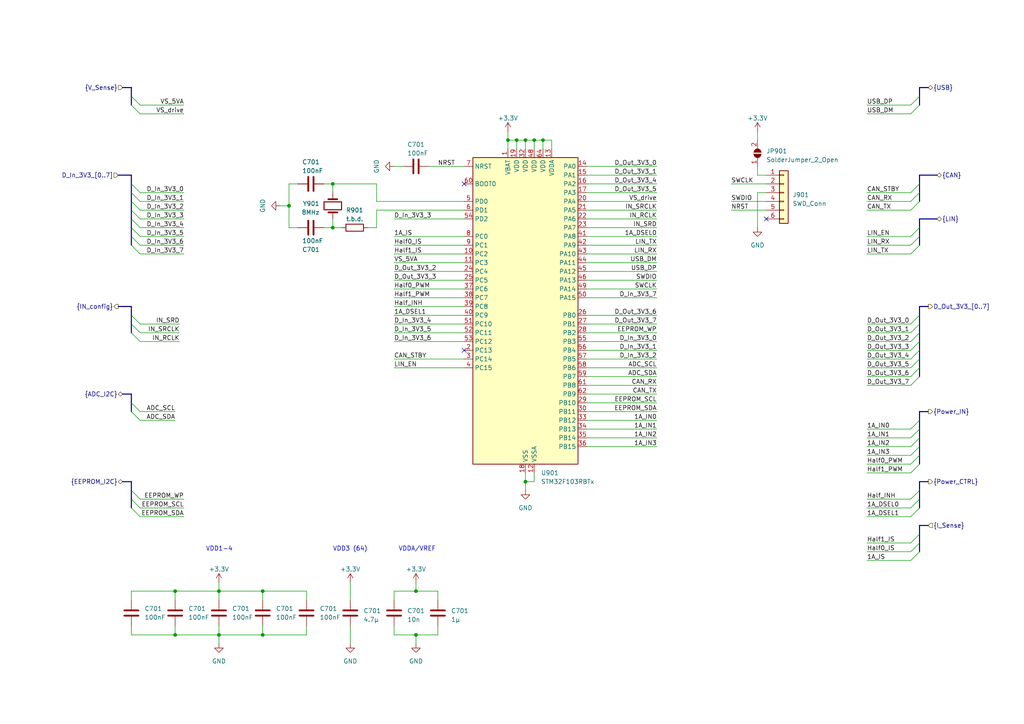
<source format=kicad_sch>
(kicad_sch (version 20230121) (generator eeschema)
  (paper "A4")
  (lib_symbols
    (symbol "Connector_Generic:Conn_01x06" (pin_names (offset 1.016) hide)
      (property "Reference" "J" (at 0 7.62 0))
      (property "Value" "Conn_01x06" (at 0 -10.16 0))
      (symbol "Conn_01x06_1_1"
        (rectangle (start -1.27 -7.493) (end 0 -7.747) (stroke (width 0.1524)))
        (rectangle (start -1.27 -4.953) (end 0 -5.207) (stroke (width 0.1524)))
        (rectangle (start -1.27 -2.413) (end 0 -2.667) (stroke (width 0.1524)))
        (rectangle (start -1.27 0.127) (end 0 -0.127) (stroke (width 0.1524)))
        (rectangle (start -1.27 2.667) (end 0 2.413) (stroke (width 0.1524)))
        (rectangle (start -1.27 5.207) (end 0 4.953) (stroke (width 0.1524)))
        (rectangle (start -1.27 6.35) (end 1.27 -8.89) (stroke (width 0.254)) (fill (type background)))
        (pin passive line (at -5.08 5.08 0) (length 3.81) (name "Pin_1") (number "1"))
        (pin passive line (at -5.08 2.54 0) (length 3.81) (name "Pin_2") (number "2"))
        (pin passive line (at -5.08 0 0) (length 3.81) (name "Pin_3") (number "3"))
        (pin passive line (at -5.08 -2.54 0) (length 3.81) (name "Pin_4") (number "4"))
        (pin passive line (at -5.08 -5.08 0) (length 3.81) (name "Pin_5") (number "5"))
        (pin passive line (at -5.08 -7.62 0) (length 3.81) (name "Pin_6") (number "6"))
      )
    )
    (symbol "Device:C" (pin_numbers hide) (pin_names (offset 0.254))
      (property "Reference" "C" (at 0.635 2.54 0))
      (property "Value" "C" (at 0.635 -2.54 0))
      (symbol "C_0_1"
        (polyline (pts (xy -2.032 -0.762) (xy 2.032 -0.762)) (stroke (width 0.508)))
        (polyline (pts (xy -2.032 0.762) (xy 2.032 0.762)) (stroke (width 0.508)))
      )
      (symbol "C_1_1"
        (pin passive line (at 0 3.81 270) (length 2.794) (name "~") (number "1"))
        (pin passive line (at 0 -3.81 90) (length 2.794) (name "~") (number "2"))
      )
    )
    (symbol "Device:Crystal" (pin_numbers hide) (pin_names (offset 1.016) hide)
      (property "Reference" "Y" (at 0 3.81 0))
      (property "Value" "Crystal" (at 0 -3.81 0))
      (symbol "Crystal_0_1"
        (rectangle (start -1.143 2.54) (end 1.143 -2.54) (stroke (width 0.3048)))
        (polyline (pts (xy -2.54 0) (xy -1.905 0)))
        (polyline (pts (xy -1.905 -1.27) (xy -1.905 1.27)) (stroke (width 0.508)))
        (polyline (pts (xy 1.905 -1.27) (xy 1.905 1.27)) (stroke (width 0.508)))
        (polyline (pts (xy 2.54 0) (xy 1.905 0)))
      )
      (symbol "Crystal_1_1"
        (pin passive line (at -3.81 0 0) (length 1.27) (name "1") (number "1"))
        (pin passive line (at 3.81 0 180) (length 1.27) (name "2") (number "2"))
      )
    )
    (symbol "Device:R" (pin_numbers hide) (pin_names (offset 0))
      (property "Reference" "R" (at 2.032 0 90))
      (property "Value" "R" (at 0 0 90))
      (symbol "R_0_1"
        (rectangle (start -1.016 -2.54) (end 1.016 2.54) (stroke (width 0.254)))
      )
      (symbol "R_1_1"
        (pin passive line (at 0 3.81 270) (length 1.27) (name "~") (number "1"))
        (pin passive line (at 0 -3.81 90) (length 1.27) (name "~") (number "2"))
      )
    )
    (symbol "Jumper:SolderJumper_2_Open" (pin_names (offset 0) hide)
      (property "Reference" "JP" (at 0 2.032 0))
      (property "Value" "SolderJumper_2_Open" (at 0 -2.54 0))
      (symbol "SolderJumper_2_Open_0_1"
        (arc (start -0.254 1.016) (mid -1.2656 0) (end -0.254 -1.016))
        (arc (start -0.254 1.016) (mid -1.2656 0) (end -0.254 -1.016) (fill (type outline)))
        (polyline (pts (xy -0.254 1.016) (xy -0.254 -1.016)))
        (polyline (pts (xy 0.254 1.016) (xy 0.254 -1.016)))
        (arc (start 0.254 -1.016) (mid 1.2656 0) (end 0.254 1.016))
        (arc (start 0.254 -1.016) (mid 1.2656 0) (end 0.254 1.016) (fill (type outline)))
      )
      (symbol "SolderJumper_2_Open_1_1"
        (pin passive line (at -3.81 0 0) (length 2.54) (name "A") (number "1"))
        (pin passive line (at 3.81 0 180) (length 2.54) (name "B") (number "2"))
      )
    )
    (symbol "MCU_ST_STM32F1:STM32F103RBTx"
      (property "Reference" "U" (at -15.24 46.99 0))
      (property "Value" "STM32F103RBTx" (at 10.16 46.99 0))
      (symbol "STM32F103RBTx_0_1"
        (rectangle (start -15.24 -43.18) (end 15.24 45.72) (stroke (width 0.254)) (fill (type background)))
      )
      (symbol "STM32F103RBTx_1_1"
        (pin power_in line (at -5.08 48.26 270) (length 2.54) (name "VBAT") (number "1"))
        (pin bidirectional line (at -17.78 17.78 0) (length 2.54) (name "PC2") (number "10"))
        (pin bidirectional line (at -17.78 15.24 0) (length 2.54) (name "PC3") (number "11"))
        (pin power_in line (at 2.54 -45.72 90) (length 2.54) (name "VSSA") (number "12"))
        (pin power_in line (at 7.62 48.26 270) (length 2.54) (name "VDDA") (number "13"))
        (pin bidirectional line (at 17.78 43.18 180) (length 2.54) (name "PA0") (number "14"))
        (pin bidirectional line (at 17.78 40.64 180) (length 2.54) (name "PA1") (number "15"))
        (pin bidirectional line (at 17.78 38.1 180) (length 2.54) (name "PA2") (number "16"))
        (pin bidirectional line (at 17.78 35.56 180) (length 2.54) (name "PA3") (number "17"))
        (pin power_in line (at 0 -45.72 90) (length 2.54) (name "VSS") (number "18"))
        (pin power_in line (at -2.54 48.26 270) (length 2.54) (name "VDD") (number "19"))
        (pin bidirectional line (at -17.78 -10.16 0) (length 2.54) (name "PC13") (number "2"))
        (pin bidirectional line (at 17.78 33.02 180) (length 2.54) (name "PA4") (number "20"))
        (pin bidirectional line (at 17.78 30.48 180) (length 2.54) (name "PA5") (number "21"))
        (pin bidirectional line (at 17.78 27.94 180) (length 2.54) (name "PA6") (number "22"))
        (pin bidirectional line (at 17.78 25.4 180) (length 2.54) (name "PA7") (number "23"))
        (pin bidirectional line (at -17.78 12.7 0) (length 2.54) (name "PC4") (number "24"))
        (pin bidirectional line (at -17.78 10.16 0) (length 2.54) (name "PC5") (number "25"))
        (pin bidirectional line (at 17.78 0 180) (length 2.54) (name "PB0") (number "26"))
        (pin bidirectional line (at 17.78 -2.54 180) (length 2.54) (name "PB1") (number "27"))
        (pin bidirectional line (at 17.78 -5.08 180) (length 2.54) (name "PB2") (number "28"))
        (pin bidirectional line (at 17.78 -25.4 180) (length 2.54) (name "PB10") (number "29"))
        (pin bidirectional line (at -17.78 -12.7 0) (length 2.54) (name "PC14") (number "3"))
        (pin bidirectional line (at 17.78 -27.94 180) (length 2.54) (name "PB11") (number "30"))
        (pin passive line (at 0 -45.72 90) (length 2.54) hide (name "VSS") (number "31"))
        (pin power_in line (at 0 48.26 270) (length 2.54) (name "VDD") (number "32"))
        (pin bidirectional line (at 17.78 -30.48 180) (length 2.54) (name "PB12") (number "33"))
        (pin bidirectional line (at 17.78 -33.02 180) (length 2.54) (name "PB13") (number "34"))
        (pin bidirectional line (at 17.78 -35.56 180) (length 2.54) (name "PB14") (number "35"))
        (pin bidirectional line (at 17.78 -38.1 180) (length 2.54) (name "PB15") (number "36"))
        (pin bidirectional line (at -17.78 7.62 0) (length 2.54) (name "PC6") (number "37"))
        (pin bidirectional line (at -17.78 5.08 0) (length 2.54) (name "PC7") (number "38"))
        (pin bidirectional line (at -17.78 2.54 0) (length 2.54) (name "PC8") (number "39"))
        (pin bidirectional line (at -17.78 -15.24 0) (length 2.54) (name "PC15") (number "4"))
        (pin bidirectional line (at -17.78 0 0) (length 2.54) (name "PC9") (number "40"))
        (pin bidirectional line (at 17.78 22.86 180) (length 2.54) (name "PA8") (number "41"))
        (pin bidirectional line (at 17.78 20.32 180) (length 2.54) (name "PA9") (number "42"))
        (pin bidirectional line (at 17.78 17.78 180) (length 2.54) (name "PA10") (number "43"))
        (pin bidirectional line (at 17.78 15.24 180) (length 2.54) (name "PA11") (number "44"))
        (pin bidirectional line (at 17.78 12.7 180) (length 2.54) (name "PA12") (number "45"))
        (pin bidirectional line (at 17.78 10.16 180) (length 2.54) (name "PA13") (number "46"))
        (pin passive line (at 0 -45.72 90) (length 2.54) hide (name "VSS") (number "47"))
        (pin power_in line (at 2.54 48.26 270) (length 2.54) (name "VDD") (number "48"))
        (pin bidirectional line (at 17.78 7.62 180) (length 2.54) (name "PA14") (number "49"))
        (pin bidirectional line (at -17.78 33.02 0) (length 2.54) (name "PD0") (number "5"))
        (pin bidirectional line (at 17.78 5.08 180) (length 2.54) (name "PA15") (number "50"))
        (pin bidirectional line (at -17.78 -2.54 0) (length 2.54) (name "PC10") (number "51"))
        (pin bidirectional line (at -17.78 -5.08 0) (length 2.54) (name "PC11") (number "52"))
        (pin bidirectional line (at -17.78 -7.62 0) (length 2.54) (name "PC12") (number "53"))
        (pin bidirectional line (at -17.78 27.94 0) (length 2.54) (name "PD2") (number "54"))
        (pin bidirectional line (at 17.78 -7.62 180) (length 2.54) (name "PB3") (number "55"))
        (pin bidirectional line (at 17.78 -10.16 180) (length 2.54) (name "PB4") (number "56"))
        (pin bidirectional line (at 17.78 -12.7 180) (length 2.54) (name "PB5") (number "57"))
        (pin bidirectional line (at 17.78 -15.24 180) (length 2.54) (name "PB6") (number "58"))
        (pin bidirectional line (at 17.78 -17.78 180) (length 2.54) (name "PB7") (number "59"))
        (pin bidirectional line (at -17.78 30.48 0) (length 2.54) (name "PD1") (number "6"))
        (pin input line (at -17.78 38.1 0) (length 2.54) (name "BOOT0") (number "60"))
        (pin bidirectional line (at 17.78 -20.32 180) (length 2.54) (name "PB8") (number "61"))
        (pin bidirectional line (at 17.78 -22.86 180) (length 2.54) (name "PB9") (number "62"))
        (pin passive line (at 0 -45.72 90) (length 2.54) hide (name "VSS") (number "63"))
        (pin power_in line (at 5.08 48.26 270) (length 2.54) (name "VDD") (number "64"))
        (pin input line (at -17.78 43.18 0) (length 2.54) (name "NRST") (number "7"))
        (pin bidirectional line (at -17.78 22.86 0) (length 2.54) (name "PC0") (number "8"))
        (pin bidirectional line (at -17.78 20.32 0) (length 2.54) (name "PC1") (number "9"))
      )
    )
    (symbol "power:+3.3V" (power) (pin_names (offset 0))
      (property "Value" "+3.3V" (at 0 3.556 0))
      (symbol "+3.3V_0_1"
        (polyline (pts (xy -0.762 1.27) (xy 0 2.54)))
        (polyline (pts (xy 0 0) (xy 0 2.54)))
        (polyline (pts (xy 0 2.54) (xy 0.762 1.27)))
      )
      (symbol "+3.3V_1_1"
        (pin power_in line (at 0 0 90) (length 0) hide (name "+3.3V") (number "1"))
      )
    )
    (symbol "power:GND" (power) (pin_names (offset 0))
      (property "Value" "GND" (at 0 -3.81 0))
      (symbol "GND_0_1"
        (polyline (pts (xy 0 0) (xy 0 -1.27) (xy 1.27 -1.27) (xy 0 -2.54) (xy -1.27 -1.27) (xy 0 -1.27)))
      )
      (symbol "GND_1_1"
        (pin power_in line (at 0 0 270) (length 0) hide (name "GND") (number "1"))
      )
    )
  )
  (bus_alias "USB" (members "USB_DP" "USB_DM"))
  (bus_alias "V_Sense" (members "VS_5VA" "VS_drive" ""))
  (bus_alias "EEPROM_I2C" (members "EEPROM_SCL" "EEPROM_SDA" "EEPROM_WP"))
  (bus_alias "ADC_I2C" (members "ADC_SCL" "ADC_SDA"))
  (bus_alias "IN_config" (members "IN_SRD" "IN_SRCLK" "IN_RCLK" "IN_SRD_AIn"))
  (junction (at 157.48 40.64))
  (junction (at 76.2 171.45))
  (junction (at 120.65 171.45))
  (junction (at 152.4 139.7))
  (junction (at 96.52 53.34))
  (junction (at 63.5 171.45))
  (junction (at 50.8 184.15))
  (junction (at 149.86 40.64))
  (junction (at 96.52 66.04))
  (junction (at 120.65 184.15))
  (junction (at 154.94 40.64))
  (junction (at 63.5 184.15))
  (junction (at 83.82 59.69))
  (junction (at 152.4 40.64))
  (junction (at 50.8 171.45))
  (junction (at 76.2 184.15))
  (junction (at 147.32 40.64))
  (no_connect (at 134.62 53.34))
  (no_connect (at 134.62 101.6))
  (no_connect (at 222.25 63.5))
  (bus_entry (at 38.1 66.04) (size 2.54 2.54))
  (bus_entry (at 38.1 53.34) (size 2.54 2.54))
  (bus_entry (at 264.16 144.78) (size 2.54 -2.54))
  (bus_entry (at 264.16 96.52) (size 2.54 -2.54))
  (bus_entry (at 40.64 121.92) (size -2.54 -2.54))
  (bus_entry (at 40.64 144.78) (size -2.54 -2.54))
  (bus_entry (at 38.1 58.42) (size 2.54 2.54))
  (bus_entry (at 264.16 137.16) (size 2.54 -2.54))
  (bus_entry (at 264.16 132.08) (size 2.54 -2.54))
  (bus_entry (at 266.7 68.58) (size -2.54 2.54))
  (bus_entry (at 264.16 160.02) (size 2.54 -2.54))
  (bus_entry (at 264.16 99.06) (size 2.54 -2.54))
  (bus_entry (at 38.1 71.12) (size 2.54 2.54))
  (bus_entry (at 266.7 55.88) (size -2.54 2.54))
  (bus_entry (at 264.16 101.6) (size 2.54 -2.54))
  (bus_entry (at 264.16 134.62) (size 2.54 -2.54))
  (bus_entry (at 38.1 55.88) (size 2.54 2.54))
  (bus_entry (at 266.7 58.42) (size -2.54 2.54))
  (bus_entry (at 38.1 68.58) (size 2.54 2.54))
  (bus_entry (at 264.16 149.86) (size 2.54 -2.54))
  (bus_entry (at 264.16 162.56) (size 2.54 -2.54))
  (bus_entry (at 40.64 30.48) (size -2.54 -2.54))
  (bus_entry (at 266.7 71.12) (size -2.54 2.54))
  (bus_entry (at 40.64 147.32) (size -2.54 -2.54))
  (bus_entry (at 40.64 33.02) (size -2.54 -2.54))
  (bus_entry (at 38.1 93.98) (size 2.54 2.54))
  (bus_entry (at 264.16 157.48) (size 2.54 -2.54))
  (bus_entry (at 266.7 27.94) (size -2.54 2.54))
  (bus_entry (at 264.16 124.46) (size 2.54 -2.54))
  (bus_entry (at 40.64 149.86) (size -2.54 -2.54))
  (bus_entry (at 264.16 127) (size 2.54 -2.54))
  (bus_entry (at 264.16 129.54) (size 2.54 -2.54))
  (bus_entry (at 266.7 53.34) (size -2.54 2.54))
  (bus_entry (at 264.16 111.76) (size 2.54 -2.54))
  (bus_entry (at 264.16 106.68) (size 2.54 -2.54))
  (bus_entry (at 38.1 60.96) (size 2.54 2.54))
  (bus_entry (at 266.7 66.04) (size -2.54 2.54))
  (bus_entry (at 264.16 93.98) (size 2.54 -2.54))
  (bus_entry (at 264.16 109.22) (size 2.54 -2.54))
  (bus_entry (at 40.64 119.38) (size -2.54 -2.54))
  (bus_entry (at 266.7 30.48) (size -2.54 2.54))
  (bus_entry (at 38.1 63.5) (size 2.54 2.54))
  (bus_entry (at 264.16 104.14) (size 2.54 -2.54))
  (bus_entry (at 38.1 91.44) (size 2.54 2.54))
  (bus_entry (at 266.7 144.78) (size -2.54 2.54))
  (bus_entry (at 38.1 96.52) (size 2.54 2.54))
  (bus (pts (xy 266.7 119.38) (xy 269.24 119.38)))
  (wire (pts (xy 83.82 66.04) (xy 86.36 66.04)))
  (bus (pts (xy 38.1 53.34) (xy 38.1 50.8)))
  (wire (pts (xy 96.52 55.88) (xy 96.52 53.34)))
  (wire (pts (xy 170.18 121.92) (xy 190.5 121.92)))
  (wire (pts (xy 264.16 111.76) (xy 251.46 111.76)))
  (bus (pts (xy 266.7 154.94) (xy 266.7 152.4)))
  (wire (pts (xy 170.18 104.14) (xy 190.5 104.14)))
  (bus (pts (xy 266.7 160.02) (xy 266.7 157.48)))
  (wire (pts (xy 63.5 171.45) (xy 76.2 171.45)))
  (wire (pts (xy 109.22 66.04) (xy 106.68 66.04)))
  (wire (pts (xy 147.32 38.1) (xy 147.32 40.64)))
  (wire (pts (xy 114.3 104.14) (xy 134.62 104.14)))
  (wire (pts (xy 114.3 181.61) (xy 114.3 184.15)))
  (bus (pts (xy 266.7 109.22) (xy 266.7 106.68)))
  (wire (pts (xy 170.18 66.04) (xy 190.5 66.04)))
  (wire (pts (xy 53.34 66.04) (xy 40.64 66.04)))
  (wire (pts (xy 38.1 173.99) (xy 38.1 171.45)))
  (wire (pts (xy 170.18 73.66) (xy 190.5 73.66)))
  (bus (pts (xy 38.1 58.42) (xy 38.1 60.96)))
  (bus (pts (xy 266.7 25.4) (xy 266.7 27.94)))
  (wire (pts (xy 152.4 40.64) (xy 154.94 40.64)))
  (wire (pts (xy 38.1 181.61) (xy 38.1 184.15)))
  (wire (pts (xy 109.22 53.34) (xy 96.52 53.34)))
  (bus (pts (xy 266.7 104.14) (xy 266.7 101.6)))
  (bus (pts (xy 266.7 68.58) (xy 266.7 66.04)))
  (wire (pts (xy 264.16 58.42) (xy 251.46 58.42)))
  (wire (pts (xy 264.16 109.22) (xy 251.46 109.22)))
  (wire (pts (xy 40.64 149.86) (xy 53.34 149.86)))
  (wire (pts (xy 264.16 68.58) (xy 251.46 68.58)))
  (wire (pts (xy 120.65 168.91) (xy 120.65 171.45)))
  (wire (pts (xy 154.94 40.64) (xy 157.48 40.64)))
  (bus (pts (xy 38.1 63.5) (xy 38.1 66.04)))
  (wire (pts (xy 264.16 124.46) (xy 251.46 124.46)))
  (wire (pts (xy 264.16 99.06) (xy 251.46 99.06)))
  (wire (pts (xy 109.22 60.96) (xy 109.22 66.04)))
  (bus (pts (xy 34.29 88.9) (xy 38.1 88.9)))
  (bus (pts (xy 266.7 91.44) (xy 266.7 88.9)))
  (wire (pts (xy 114.3 99.06) (xy 134.62 99.06)))
  (wire (pts (xy 114.3 71.12) (xy 134.62 71.12)))
  (wire (pts (xy 251.46 144.78) (xy 264.16 144.78)))
  (wire (pts (xy 96.52 53.34) (xy 93.98 53.34)))
  (wire (pts (xy 50.8 119.38) (xy 40.64 119.38)))
  (wire (pts (xy 149.86 40.64) (xy 149.86 43.18)))
  (wire (pts (xy 170.18 71.12) (xy 190.5 71.12)))
  (wire (pts (xy 170.18 83.82) (xy 190.5 83.82)))
  (bus (pts (xy 266.7 99.06) (xy 266.7 96.52)))
  (wire (pts (xy 114.3 96.52) (xy 134.62 96.52)))
  (wire (pts (xy 251.46 33.02) (xy 264.16 33.02)))
  (wire (pts (xy 264.16 129.54) (xy 251.46 129.54)))
  (wire (pts (xy 219.71 55.88) (xy 219.71 66.04)))
  (wire (pts (xy 170.18 101.6) (xy 190.5 101.6)))
  (wire (pts (xy 157.48 40.64) (xy 160.02 40.64)))
  (bus (pts (xy 266.7 66.04) (xy 266.7 63.5)))
  (bus (pts (xy 266.7 96.52) (xy 266.7 93.98)))
  (wire (pts (xy 53.34 63.5) (xy 40.64 63.5)))
  (bus (pts (xy 271.78 63.5) (xy 266.7 63.5)))
  (wire (pts (xy 264.16 132.08) (xy 251.46 132.08)))
  (bus (pts (xy 266.7 124.46) (xy 266.7 127)))
  (wire (pts (xy 170.18 68.58) (xy 190.5 68.58)))
  (wire (pts (xy 152.4 40.64) (xy 152.4 43.18)))
  (wire (pts (xy 53.34 73.66) (xy 40.64 73.66)))
  (wire (pts (xy 114.3 63.5) (xy 134.62 63.5)))
  (wire (pts (xy 127 184.15) (xy 127 181.61)))
  (wire (pts (xy 264.16 93.98) (xy 251.46 93.98)))
  (wire (pts (xy 50.8 171.45) (xy 50.8 173.99)))
  (wire (pts (xy 38.1 171.45) (xy 50.8 171.45)))
  (bus (pts (xy 266.7 121.92) (xy 266.7 124.46)))
  (bus (pts (xy 266.7 106.68) (xy 266.7 104.14)))
  (bus (pts (xy 266.7 142.24) (xy 266.7 139.7)))
  (bus (pts (xy 266.7 139.7) (xy 269.24 139.7)))
  (wire (pts (xy 170.18 55.88) (xy 190.5 55.88)))
  (wire (pts (xy 114.3 68.58) (xy 134.62 68.58)))
  (wire (pts (xy 219.71 38.1) (xy 219.71 40.64)))
  (wire (pts (xy 114.3 78.74) (xy 134.62 78.74)))
  (bus (pts (xy 38.1 55.88) (xy 38.1 58.42)))
  (wire (pts (xy 127 171.45) (xy 127 173.99)))
  (bus (pts (xy 269.24 88.9) (xy 266.7 88.9)))
  (wire (pts (xy 53.34 71.12) (xy 40.64 71.12)))
  (bus (pts (xy 266.7 71.12) (xy 266.7 68.58)))
  (wire (pts (xy 120.65 184.15) (xy 127 184.15)))
  (wire (pts (xy 160.02 40.64) (xy 160.02 43.18)))
  (wire (pts (xy 83.82 53.34) (xy 83.82 59.69)))
  (wire (pts (xy 76.2 184.15) (xy 88.9 184.15)))
  (wire (pts (xy 212.09 58.42) (xy 222.25 58.42)))
  (wire (pts (xy 170.18 109.22) (xy 190.5 109.22)))
  (wire (pts (xy 264.16 104.14) (xy 251.46 104.14)))
  (wire (pts (xy 170.18 53.34) (xy 190.5 53.34)))
  (wire (pts (xy 170.18 86.36) (xy 190.5 86.36)))
  (bus (pts (xy 266.7 101.6) (xy 266.7 99.06)))
  (bus (pts (xy 266.7 157.48) (xy 266.7 154.94)))
  (wire (pts (xy 76.2 171.45) (xy 88.9 171.45)))
  (bus (pts (xy 266.7 27.94) (xy 266.7 30.48)))
  (wire (pts (xy 170.18 76.2) (xy 190.5 76.2)))
  (wire (pts (xy 251.46 162.56) (xy 264.16 162.56)))
  (wire (pts (xy 170.18 127) (xy 190.5 127)))
  (wire (pts (xy 114.3 81.28) (xy 134.62 81.28)))
  (bus (pts (xy 38.1 66.04) (xy 38.1 68.58)))
  (wire (pts (xy 170.18 116.84) (xy 190.5 116.84)))
  (wire (pts (xy 170.18 58.42) (xy 190.5 58.42)))
  (wire (pts (xy 114.3 106.68) (xy 134.62 106.68)))
  (bus (pts (xy 38.1 27.94) (xy 38.1 25.4)))
  (wire (pts (xy 63.5 171.45) (xy 63.5 173.99)))
  (wire (pts (xy 114.3 93.98) (xy 134.62 93.98)))
  (bus (pts (xy 38.1 93.98) (xy 38.1 96.52)))
  (bus (pts (xy 266.7 58.42) (xy 266.7 55.88)))
  (wire (pts (xy 170.18 91.44) (xy 190.5 91.44)))
  (wire (pts (xy 149.86 40.64) (xy 152.4 40.64)))
  (wire (pts (xy 63.5 184.15) (xy 63.5 186.69)))
  (bus (pts (xy 38.1 25.4) (xy 35.56 25.4)))
  (bus (pts (xy 266.7 127) (xy 266.7 129.54)))
  (wire (pts (xy 251.46 134.62) (xy 264.16 134.62)))
  (wire (pts (xy 50.8 181.61) (xy 50.8 184.15)))
  (bus (pts (xy 38.1 114.3) (xy 35.56 114.3)))
  (wire (pts (xy 152.4 137.16) (xy 152.4 139.7)))
  (wire (pts (xy 170.18 124.46) (xy 190.5 124.46)))
  (wire (pts (xy 212.09 60.96) (xy 222.25 60.96)))
  (wire (pts (xy 40.64 96.52) (xy 52.07 96.52)))
  (wire (pts (xy 264.16 137.16) (xy 251.46 137.16)))
  (wire (pts (xy 170.18 63.5) (xy 190.5 63.5)))
  (bus (pts (xy 38.1 30.48) (xy 38.1 27.94)))
  (wire (pts (xy 114.3 91.44) (xy 134.62 91.44)))
  (wire (pts (xy 170.18 93.98) (xy 190.5 93.98)))
  (wire (pts (xy 251.46 157.48) (xy 264.16 157.48)))
  (wire (pts (xy 154.94 137.16) (xy 154.94 139.7)))
  (wire (pts (xy 101.6 186.69) (xy 101.6 181.61)))
  (wire (pts (xy 264.16 30.48) (xy 251.46 30.48)))
  (wire (pts (xy 114.3 76.2) (xy 134.62 76.2)))
  (wire (pts (xy 264.16 106.68) (xy 251.46 106.68)))
  (bus (pts (xy 34.29 50.8) (xy 38.1 50.8)))
  (wire (pts (xy 170.18 111.76) (xy 190.5 111.76)))
  (wire (pts (xy 222.25 55.88) (xy 219.71 55.88)))
  (wire (pts (xy 109.22 53.34) (xy 109.22 58.42)))
  (wire (pts (xy 96.52 66.04) (xy 93.98 66.04)))
  (bus (pts (xy 38.1 91.44) (xy 38.1 88.9)))
  (wire (pts (xy 40.64 33.02) (xy 53.34 33.02)))
  (wire (pts (xy 170.18 78.74) (xy 190.5 78.74)))
  (wire (pts (xy 219.71 48.26) (xy 219.71 50.8)))
  (bus (pts (xy 266.7 129.54) (xy 266.7 132.08)))
  (wire (pts (xy 53.34 68.58) (xy 40.64 68.58)))
  (wire (pts (xy 152.4 139.7) (xy 152.4 142.24)))
  (wire (pts (xy 157.48 40.64) (xy 157.48 43.18)))
  (wire (pts (xy 53.34 30.48) (xy 40.64 30.48)))
  (wire (pts (xy 96.52 66.04) (xy 99.06 66.04)))
  (wire (pts (xy 83.82 59.69) (xy 83.82 66.04)))
  (wire (pts (xy 170.18 96.52) (xy 190.5 96.52)))
  (wire (pts (xy 88.9 181.61) (xy 88.9 184.15)))
  (bus (pts (xy 38.1 60.96) (xy 38.1 63.5)))
  (bus (pts (xy 38.1 142.24) (xy 38.1 139.7)))
  (wire (pts (xy 50.8 121.92) (xy 40.64 121.92)))
  (bus (pts (xy 271.78 50.8) (xy 266.7 50.8)))
  (wire (pts (xy 86.36 53.34) (xy 83.82 53.34)))
  (bus (pts (xy 38.1 139.7) (xy 35.56 139.7)))
  (wire (pts (xy 38.1 184.15) (xy 50.8 184.15)))
  (wire (pts (xy 63.5 168.91) (xy 63.5 171.45)))
  (bus (pts (xy 38.1 116.84) (xy 38.1 114.3)))
  (bus (pts (xy 266.7 55.88) (xy 266.7 53.34)))
  (bus (pts (xy 266.7 93.98) (xy 266.7 91.44)))
  (bus (pts (xy 266.7 121.92) (xy 266.7 119.38)))
  (wire (pts (xy 264.16 55.88) (xy 251.46 55.88)))
  (wire (pts (xy 53.34 60.96) (xy 40.64 60.96)))
  (wire (pts (xy 40.64 144.78) (xy 53.34 144.78)))
  (bus (pts (xy 38.1 68.58) (xy 38.1 71.12)))
  (wire (pts (xy 96.52 63.5) (xy 96.52 66.04)))
  (wire (pts (xy 264.16 101.6) (xy 251.46 101.6)))
  (wire (pts (xy 114.3 73.66) (xy 134.62 73.66)))
  (wire (pts (xy 50.8 171.45) (xy 63.5 171.45)))
  (wire (pts (xy 116.84 48.26) (xy 114.3 48.26)))
  (wire (pts (xy 40.64 99.06) (xy 52.07 99.06)))
  (bus (pts (xy 266.7 144.78) (xy 266.7 147.32)))
  (wire (pts (xy 120.65 171.45) (xy 127 171.45)))
  (wire (pts (xy 264.16 96.52) (xy 251.46 96.52)))
  (bus (pts (xy 38.1 147.32) (xy 38.1 144.78)))
  (bus (pts (xy 38.1 53.34) (xy 38.1 55.88)))
  (wire (pts (xy 264.16 60.96) (xy 251.46 60.96)))
  (wire (pts (xy 76.2 171.45) (xy 76.2 173.99)))
  (wire (pts (xy 170.18 114.3) (xy 190.5 114.3)))
  (bus (pts (xy 266.7 132.08) (xy 266.7 134.62)))
  (wire (pts (xy 147.32 40.64) (xy 149.86 40.64)))
  (wire (pts (xy 134.62 60.96) (xy 109.22 60.96)))
  (wire (pts (xy 76.2 181.61) (xy 76.2 184.15)))
  (bus (pts (xy 266.7 142.24) (xy 266.7 144.78)))
  (wire (pts (xy 170.18 81.28) (xy 190.5 81.28)))
  (wire (pts (xy 219.71 50.8) (xy 222.25 50.8)))
  (wire (pts (xy 170.18 48.26) (xy 190.5 48.26)))
  (wire (pts (xy 264.16 147.32) (xy 251.46 147.32)))
  (wire (pts (xy 170.18 129.54) (xy 190.5 129.54)))
  (wire (pts (xy 264.16 73.66) (xy 251.46 73.66)))
  (wire (pts (xy 154.94 139.7) (xy 152.4 139.7)))
  (wire (pts (xy 264.16 127) (xy 251.46 127)))
  (bus (pts (xy 269.24 25.4) (xy 266.7 25.4)))
  (wire (pts (xy 170.18 119.38) (xy 190.5 119.38)))
  (wire (pts (xy 50.8 184.15) (xy 63.5 184.15)))
  (wire (pts (xy 170.18 50.8) (xy 190.5 50.8)))
  (wire (pts (xy 63.5 184.15) (xy 76.2 184.15)))
  (bus (pts (xy 266.7 53.34) (xy 266.7 50.8)))
  (wire (pts (xy 170.18 60.96) (xy 190.5 60.96)))
  (wire (pts (xy 147.32 43.18) (xy 147.32 40.64)))
  (wire (pts (xy 88.9 171.45) (xy 88.9 173.99)))
  (wire (pts (xy 101.6 168.91) (xy 101.6 173.99)))
  (wire (pts (xy 53.34 55.88) (xy 40.64 55.88)))
  (wire (pts (xy 120.65 184.15) (xy 120.65 186.69)))
  (wire (pts (xy 114.3 173.99) (xy 114.3 171.45)))
  (wire (pts (xy 114.3 86.36) (xy 134.62 86.36)))
  (wire (pts (xy 170.18 99.06) (xy 190.5 99.06)))
  (wire (pts (xy 114.3 184.15) (xy 120.65 184.15)))
  (wire (pts (xy 251.46 160.02) (xy 264.16 160.02)))
  (wire (pts (xy 264.16 149.86) (xy 251.46 149.86)))
  (wire (pts (xy 134.62 58.42) (xy 109.22 58.42)))
  (bus (pts (xy 38.1 119.38) (xy 38.1 116.84)))
  (wire (pts (xy 114.3 88.9) (xy 134.62 88.9)))
  (wire (pts (xy 40.64 147.32) (xy 53.34 147.32)))
  (wire (pts (xy 63.5 181.61) (xy 63.5 184.15)))
  (bus (pts (xy 266.7 152.4) (xy 269.24 152.4)))
  (bus (pts (xy 38.1 91.44) (xy 38.1 93.98)))
  (wire (pts (xy 264.16 71.12) (xy 251.46 71.12)))
  (wire (pts (xy 114.3 171.45) (xy 120.65 171.45)))
  (wire (pts (xy 40.64 93.98) (xy 52.07 93.98)))
  (wire (pts (xy 53.34 58.42) (xy 40.64 58.42)))
  (wire (pts (xy 124.46 48.26) (xy 134.62 48.26)))
  (wire (pts (xy 212.09 53.34) (xy 222.25 53.34)))
  (wire (pts (xy 154.94 40.64) (xy 154.94 43.18)))
  (bus (pts (xy 38.1 144.78) (xy 38.1 142.24)))
  (wire (pts (xy 170.18 106.68) (xy 190.5 106.68)))
  (wire (pts (xy 114.3 83.82) (xy 134.62 83.82)))
  (wire (pts (xy 81.28 59.69) (xy 83.82 59.69)))
  (text "VDD3 (64)" (at 96.52 160.02 0) (effects (font (size 1.27 1.27)) (justify left bottom)))
  (text "VDDA/VREF" (at 115.57 160.02 0) (effects (font (size 1.27 1.27)) (justify left bottom)))
  (text "VDD1-4" (at 59.69 160.02 0) (effects (font (size 1.27 1.27)) (justify left bottom)))
  (label "NRST" (at 127 48.26 0))
  (label "Half0_PWM" (at 114.3 83.82 0))
  (label "D_In_3V3_0" (at 190.5 99.06 180))
  (label "EEPROM_SCL" (at 190.5 116.84 180))
  (label "D_In_3V3_5" (at 53.34 68.58 180))
  (label "LIN_TX" (at 251.46 73.66 0))
  (label "Half_INH" (at 114.3 88.9 0))
  (label "1A_IN3" (at 251.46 132.08 0))
  (label "D_In_3V3_0" (at 53.34 55.88 180))
  (label "SWCLK" (at 190.5 83.82 180))
  (label "1A_DSEL0" (at 251.46 147.32 0))
  (label "D_In_3V3_7" (at 190.5 86.36 180))
  (label "Half0_IS" (at 251.46 160.02 0))
  (label "D_Out_3V3_2" (at 251.46 99.06 0))
  (label "1A_IN0" (at 251.46 124.46 0))
  (label "SWCLK" (at 212.09 53.34 0))
  (label "D_Out_3V3_3" (at 114.3 81.28 0))
  (label "Half1_IS" (at 251.46 157.48 0))
  (label "IN_SRCLK" (at 52.07 96.52 180))
  (label "Half0_PWM" (at 251.46 134.62 0))
  (label "D_In_3V3_7" (at 53.34 73.66 180))
  (label "EEPROM_SDA" (at 53.34 149.86 180))
  (label "D_In_3V3_6" (at 53.34 71.12 180))
  (label "D_Out_3V3_1" (at 251.46 96.52 0))
  (label "1A_IN2" (at 251.46 129.54 0))
  (label "SWDIO" (at 212.09 58.42 0))
  (label "1A_IN1" (at 251.46 127 0))
  (label "CAN_TX" (at 251.46 60.96 0))
  (label "USB_DM" (at 251.46 33.02 0))
  (label "VS_5VA" (at 53.34 30.48 180))
  (label "ADC_SDA" (at 50.8 121.92 180))
  (label "LIN_TX" (at 190.5 71.12 180))
  (label "LIN_EN" (at 251.46 68.58 0))
  (label "D_In_3V3_4" (at 114.3 93.98 0))
  (label "LIN_EN" (at 114.3 106.68 0))
  (label "D_Out_3V3_7" (at 251.46 111.76 0))
  (label "D_In_3V3_2" (at 190.5 104.14 180))
  (label "D_In_3V3_5" (at 114.3 96.52 0))
  (label "D_In_3V3_1" (at 190.5 101.6 180))
  (label "ADC_SCL" (at 190.5 106.68 180))
  (label "D_Out_3V3_5" (at 251.46 106.68 0))
  (label "D_Out_3V3_3" (at 251.46 101.6 0))
  (label "IN_RCLK" (at 190.5 63.5 180))
  (label "VS_5VA" (at 114.3 76.2 0))
  (label "USB_DP" (at 190.5 78.74 180))
  (label "EEPROM_SDA" (at 190.5 119.38 180))
  (label "LIN_RX" (at 190.5 73.66 180))
  (label "USB_DM" (at 190.5 76.2 180))
  (label "D_Out_3V3_0" (at 251.46 93.98 0))
  (label "IN_SRD" (at 52.07 93.98 180))
  (label "D_Out_3V3_5" (at 190.5 55.88 180))
  (label "VS_drive" (at 190.5 58.42 180))
  (label "D_Out_3V3_4" (at 190.5 53.34 180))
  (label "IN_SRCLK" (at 190.5 60.96 180))
  (label "ADC_SCL" (at 50.8 119.38 180))
  (label "D_Out_3V3_6" (at 190.5 91.44 180))
  (label "D_In_3V3_3" (at 114.3 63.5 0))
  (label "1A_DSEL1" (at 251.46 149.86 0))
  (label "1A_IS" (at 114.3 68.58 0))
  (label "D_Out_3V3_6" (at 251.46 109.22 0))
  (label "CAN_STBY" (at 251.46 55.88 0))
  (label "D_In_3V3_4" (at 53.34 66.04 180))
  (label "Half_INH" (at 251.46 144.78 0))
  (label "D_In_3V3_6" (at 114.3 99.06 0))
  (label "ADC_SDA" (at 190.5 109.22 180))
  (label "CAN_RX" (at 251.46 58.42 0))
  (label "CAN_STBY" (at 114.3 104.14 0))
  (label "D_Out_3V3_4" (at 251.46 104.14 0))
  (label "EEPROM_SCL" (at 53.34 147.32 180))
  (label "1A_IN3" (at 190.5 129.54 180))
  (label "NRST" (at 212.09 60.96 0))
  (label "Half1_PWM" (at 251.46 137.16 0))
  (label "Half1_PWM" (at 114.3 86.36 0))
  (label "CAN_RX" (at 190.5 111.76 180))
  (label "D_Out_3V3_2" (at 114.3 78.74 0))
  (label "LIN_RX" (at 251.46 71.12 0))
  (label "VS_drive" (at 53.34 33.02 180))
  (label "1A_IN2" (at 190.5 127 180))
  (label "D_Out_3V3_0" (at 190.5 48.26 180))
  (label "D_In_3V3_1" (at 53.34 58.42 180))
  (label "D_In_3V3_2" (at 53.34 60.96 180))
  (label "EEPROM_WP" (at 53.34 144.78 180))
  (label "D_Out_3V3_1" (at 190.5 50.8 180))
  (label "IN_SRD" (at 190.5 66.04 180))
  (label "CAN_TX" (at 190.5 114.3 180))
  (label "USB_DP" (at 251.46 30.48 0))
  (label "1A_IN0" (at 190.5 121.92 180))
  (label "1A_IS" (at 251.46 162.56 0))
  (label "IN_RCLK" (at 52.07 99.06 180))
  (label "Half1_IS" (at 114.3 73.66 0))
  (label "EEPROM_WP" (at 190.5 96.52 180))
  (label "Half0_IS" (at 114.3 71.12 0))
  (label "1A_IN1" (at 190.5 124.46 180))
  (label "1A_DSEL0" (at 190.5 68.58 180))
  (label "SWDIO" (at 190.5 81.28 180))
  (label "D_In_3V3_3" (at 53.34 63.5 180))
  (label "1A_DSEL1" (at 114.3 91.44 0))
  (label "D_Out_3V3_7" (at 190.5 93.98 180))
  (hierarchical_label "D_Out_3V3_[0..7]" (shape output) (at 269.24 88.9 0))
  (hierarchical_label "{IN_config}" (shape output) (at 34.29 88.9 180))
  (hierarchical_label "{ADC_I2C}" (shape bidirectional) (at 35.56 114.3 180))
  (hierarchical_label "{Power_IN}" (shape output) (at 269.24 119.38 0))
  (hierarchical_label "{LIN}" (shape bidirectional) (at 271.78 63.5 0))
  (hierarchical_label "{USB}" (shape bidirectional) (at 269.24 25.4 0))
  (hierarchical_label "{EEPROM_I2C}" (shape bidirectional) (at 35.56 139.7 180))
  (hierarchical_label "{V_Sense}" (shape input) (at 35.56 25.4 180))
  (hierarchical_label "{Power_CTRL}" (shape output) (at 269.24 139.7 0))
  (hierarchical_label "D_In_3V3_[0..7]" (shape input) (at 34.29 50.8 180))
  (hierarchical_label "{CAN}" (shape bidirectional) (at 271.78 50.8 0))
  (hierarchical_label "{I_Sense}" (shape input) (at 269.24 152.4 0))
  (symbol (lib_id "Device:C") (at 38.1 177.8 0) (unit 1)
    (property "Reference" "C701" (at 41.91 176.5299 0) (effects (justify left)))
    (property "Value" "100nF" (at 41.91 179.0699 0) (effects (justify left)))
    (property "Footprint" "Capacitor_SMD:C_0603_1608Metric" (effects hide))
    (instances (project "Sensor_Board" (path "" (reference "C701") (unit 1)) (path "" (reference "C901") (unit 1))) (project "FT22_VCU_Konzept" (path "" (reference "C60") (unit 1))))
  )
  (symbol (lib_id "Device:R") (at 102.87 66.04 90) (unit 1)
    (property "Reference" "R901" (at 102.87 60.96 90))
    (property "Value" "t.b.d." (at 102.87 63.5 90))
    (property "Footprint" "Resistor_SMD:R_0603_1608Metric" (effects hide))
  )
  (symbol (lib_id "Device:C") (at 127 177.8 0) (unit 1)
    (property "Reference" "C701" (at 130.81 177.165 0) (effects (justify left)))
    (property "Value" "1µ" (at 130.81 179.705 0) (effects (justify left)))
    (property "Footprint" "Capacitor_SMD:C_0603_1608Metric" (effects hide))
    (instances (project "Sensor_Board" (path "" (reference "C701") (unit 1)) (path "" (reference "C908") (unit 1))) (project "FT22_VCU_Konzept" (path "" (reference "C60") (unit 1))))
  )
  (symbol (lib_id "power:GND") (at 63.5 186.69 0) (unit 1)
    (property "Reference" "#PWR0904" (effects hide))
    (property "Value" "GND" (at 63.5 191.77 0))
  )
  (symbol (lib_id "power:GND") (at 120.65 186.69 0) (unit 1)
    (property "Reference" "#PWR0907" (effects hide))
    (property "Value" "GND" (at 120.65 191.77 0))
  )
  (symbol (lib_id "MCU_ST_STM32F1:STM32F103RBTx") (at 152.4 91.44 0) (unit 1)
    (property "Reference" "U901" (at 156.8959 137.16 0) (effects (justify left)))
    (property "Value" "STM32F103RBTx" (at 156.8959 139.7 0) (effects (justify left)))
    (property "Footprint" "Package_QFP:LQFP-64_10x10mm_P0.5mm" (effects hide))
    (property "Datasheet" "https://www.st.com/resource/en/datasheet/stm32f103rb.pdf" (effects hide))
  )
  (symbol (lib_id "power:GND") (at 219.71 66.04 0) (unit 1)
    (property "Reference" "#PWR0911" (effects hide))
    (property "Value" "GND" (at 219.71 71.12 0))
  )
  (symbol (lib_id "Device:C") (at 90.17 53.34 270) (unit 1)
    (property "Reference" "C701" (at 87.63 46.99 90) (effects (justify left)))
    (property "Value" "100nF" (at 87.63 49.53 90) (effects (justify left)))
    (property "Footprint" "Capacitor_SMD:C_0603_1608Metric" (effects hide))
    (instances (project "Sensor_Board" (path "" (reference "C701") (unit 1)) (path "" (reference "C910") (unit 1))) (project "FT22_VCU_Konzept" (path "" (reference "C60") (unit 1))))
  )
  (symbol (lib_id "Jumper:SolderJumper_2_Open") (at 219.71 44.45 90) (unit 1)
    (property "Reference" "JP901" (at 222.25 43.815 90) (effects (justify right)))
    (property "Value" "SolderJumper_2_Open" (at 222.25 46.355 90) (effects (justify right)))
    (property "Footprint" "Jumper:SolderJumper-2_P1.3mm_Open_Pad1.0x1.5mm" (effects hide))
  )
  (symbol (lib_id "Device:C") (at 120.65 48.26 270) (unit 1)
    (property "Reference" "C701" (at 118.11 41.91 90) (effects (justify left)))
    (property "Value" "100nF" (at 118.11 44.45 90) (effects (justify left)))
    (property "Footprint" "Capacitor_SMD:C_0603_1608Metric" (effects hide))
    (instances (project "Sensor_Board" (path "" (reference "C701") (unit 1)) (path "" (reference "C909") (unit 1))) (project "FT22_VCU_Konzept" (path "" (reference "C60") (unit 1))))
  )
  (symbol (lib_id "power:GND") (at 152.4 142.24 0) (unit 1)
    (property "Reference" "#PWR0902" (effects hide))
    (property "Value" "GND" (at 152.4 147.32 0))
  )
  (symbol (lib_id "Device:C") (at 76.2 177.8 0) (unit 1)
    (property "Reference" "C701" (at 80.01 176.5299 0) (effects (justify left)))
    (property "Value" "100nF" (at 80.01 179.0699 0) (effects (justify left)))
    (property "Footprint" "Capacitor_SMD:C_0603_1608Metric" (effects hide))
    (instances (project "Sensor_Board" (path "" (reference "C701") (unit 1)) (path "" (reference "C904") (unit 1))) (project "FT22_VCU_Konzept" (path "" (reference "C60") (unit 1))))
  )
  (symbol (lib_id "Device:C") (at 90.17 66.04 270) (mirror x) (unit 1)
    (property "Reference" "C701" (at 87.63 72.39 90) (effects (justify left)))
    (property "Value" "100nF" (at 87.63 69.85 90) (effects (justify left)))
    (property "Footprint" "Capacitor_SMD:C_0603_1608Metric" (effects hide))
    (instances (project "Sensor_Board" (path "" (reference "C701") (unit 1)) (path "" (reference "C911") (unit 1))) (project "FT22_VCU_Konzept" (path "" (reference "C60") (unit 1))))
  )
  (symbol (lib_id "Device:Crystal") (at 96.52 59.69 270) (mirror x) (unit 1)
    (property "Reference" "Y901" (at 92.71 59.055 90) (effects (justify right)))
    (property "Value" "8MHz" (at 92.71 61.595 90) (effects (justify right)))
    (property "Footprint" "Crystal:Crystal_SMD_3225-4Pin_3.2x2.5mm" (effects hide))
  )
  (symbol (lib_id "power:+3.3V") (at 219.71 38.1 0) (unit 1)
    (property "Reference" "#PWR0912" (effects hide))
    (property "Value" "+3.3V" (at 219.71 34.29 0))
  )
  (symbol (lib_id "power:GND") (at 101.6 186.69 0) (unit 1)
    (property "Reference" "#PWR0906" (effects hide))
    (property "Value" "GND" (at 101.6 191.77 0))
  )
  (symbol (lib_id "power:GND") (at 114.3 48.26 270) (unit 1)
    (property "Reference" "#PWR0909" (effects hide))
    (property "Value" "GND" (at 109.22 48.26 0))
  )
  (symbol (lib_id "Device:C") (at 88.9 177.8 0) (unit 1)
    (property "Reference" "C701" (at 92.71 176.5299 0) (effects (justify left)))
    (property "Value" "100nF" (at 92.71 179.0699 0) (effects (justify left)))
    (property "Footprint" "Capacitor_SMD:C_0603_1608Metric" (effects hide))
    (instances (project "Sensor_Board" (path "" (reference "C701") (unit 1)) (path "" (reference "C905") (unit 1))) (project "FT22_VCU_Konzept" (path "" (reference "C60") (unit 1))))
  )
  (symbol (lib_id "power:GND") (at 81.28 59.69 270) (unit 1)
    (property "Reference" "#PWR0910" (effects hide))
    (property "Value" "GND" (at 76.2 59.69 0))
  )
  (symbol (lib_id "power:+3.3V") (at 120.65 168.91 0) (unit 1)
    (property "Reference" "#PWR0908" (effects hide))
    (property "Value" "+3.3V" (at 120.65 165.1 0))
  )
  (symbol (lib_id "power:+3.3V") (at 101.6 168.91 0) (unit 1)
    (property "Reference" "#PWR0905" (effects hide))
    (property "Value" "+3.3V" (at 101.6 165.1 0))
  )
  (symbol (lib_id "Device:C") (at 114.3 177.8 0) (unit 1)
    (property "Reference" "C701" (at 118.11 177.165 0) (effects (justify left)))
    (property "Value" "10n" (at 118.11 179.705 0) (effects (justify left)))
    (property "Footprint" "Capacitor_SMD:C_0603_1608Metric" (effects hide))
    (instances (project "Sensor_Board" (path "" (reference "C701") (unit 1)) (path "" (reference "C907") (unit 1))) (project "FT22_VCU_Konzept" (path "" (reference "C60") (unit 1))))
  )
  (symbol (lib_id "Connector_Generic:Conn_01x06") (at 227.33 55.88 0) (unit 1)
    (property "Reference" "J901" (at 229.87 56.515 0) (effects (justify left)))
    (property "Value" "SWD_Conn" (at 229.87 59.055 0) (effects (justify left)))
    (property "Footprint" "Connector_PinHeader_2.54mm:PinHeader_1x06_P2.54mm_Vertical" (effects hide))
  )
  (symbol (lib_id "power:+3.3V") (at 63.5 168.91 0) (unit 1)
    (property "Reference" "#PWR0903" (effects hide))
    (property "Value" "+3.3V" (at 63.5 165.1 0))
  )
  (symbol (lib_id "Device:C") (at 101.6 177.8 0) (unit 1)
    (property "Reference" "C701" (at 105.41 177.165 0) (effects (justify left)))
    (property "Value" "4.7µ" (at 105.41 179.705 0) (effects (justify left)))
    (property "Footprint" "Capacitor_SMD:C_0603_1608Metric" (effects hide))
    (instances (project "Sensor_Board" (path "" (reference "C701") (unit 1)) (path "" (reference "C906") (unit 1))) (project "FT22_VCU_Konzept" (path "" (reference "C60") (unit 1))))
  )
  (symbol (lib_id "power:+3.3V") (at 147.32 38.1 0) (unit 1)
    (property "Reference" "#PWR0901" (effects hide))
    (property "Value" "+3.3V" (at 147.32 34.29 0))
  )
  (symbol (lib_id "Device:C") (at 50.8 177.8 0) (unit 1)
    (property "Reference" "C701" (at 54.61 176.5299 0) (effects (justify left)))
    (property "Value" "100nF" (at 54.61 179.0699 0) (effects (justify left)))
    (property "Footprint" "Capacitor_SMD:C_0603_1608Metric" (effects hide))
    (instances (project "Sensor_Board" (path "" (reference "C701") (unit 1)) (path "" (reference "C902") (unit 1))) (project "FT22_VCU_Konzept" (path "" (reference "C60") (unit 1))))
  )
  (symbol (lib_id "Device:C") (at 63.5 177.8 0) (unit 1)
    (property "Reference" "C701" (at 67.31 176.5299 0) (effects (justify left)))
    (property "Value" "100nF" (at 67.31 179.0699 0) (effects (justify left)))
    (property "Footprint" "Capacitor_SMD:C_0603_1608Metric" (effects hide))
    (instances (project "Sensor_Board" (path "" (reference "C701") (unit 1)) (path "" (reference "C903") (unit 1))) (project "FT22_VCU_Konzept" (path "" (reference "C60") (unit 1))))
  )
)
</source>
